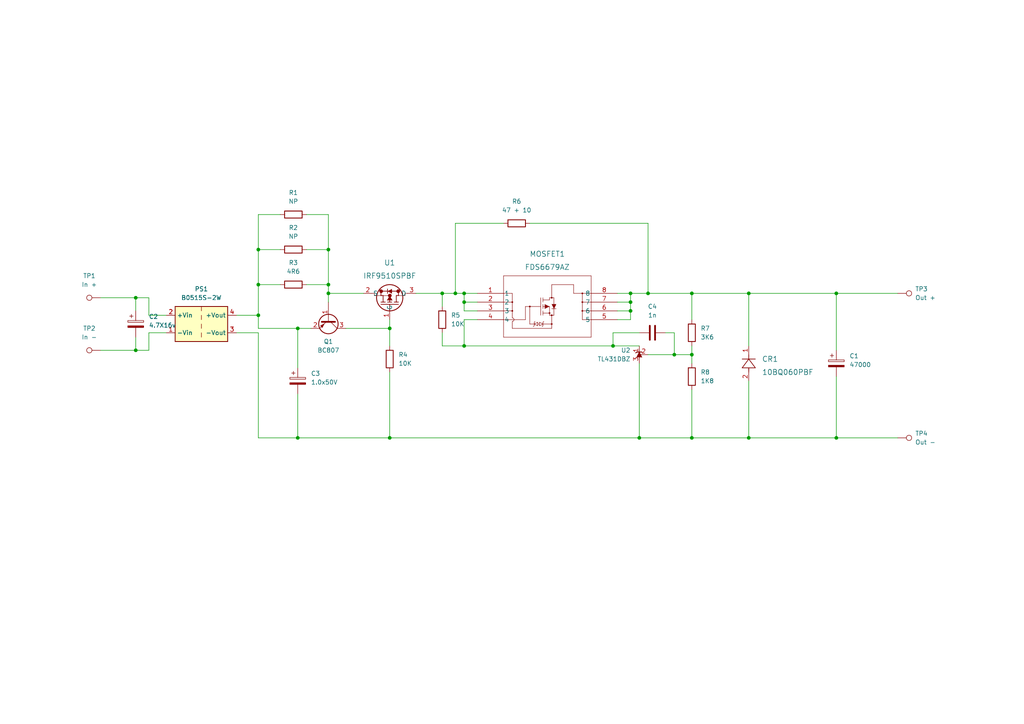
<source format=kicad_sch>
(kicad_sch (version 20211123) (generator eeschema)
  (paper "A4")
  (lib_symbols
    (symbol "10BQ060:10BQ060PBF" (pin_names (offset 0.254))
      (property "Reference" "CR" (at 5.08 4.445 0))
      (property "Value" "10BQ060PBF" (at 5.08 -3.81 0))
      (symbol "10BQ060PBF_1_1"
        (polyline (pts (xy 2.54 0) (xy 3.4798 0)) (stroke (width 0.2032)))
        (polyline (pts (xy 3.175 0) (xy 3.81 0)) (stroke (width 0.2032)))
        (polyline (pts (xy 3.81 -1.905) (xy 6.35 0)) (stroke (width 0.2032)))
        (polyline (pts (xy 3.81 1.905) (xy 3.81 -1.905)) (stroke (width 0.2032)))
        (polyline (pts (xy 6.35 -1.905) (xy 6.35 1.905)) (stroke (width 0.2032)))
        (polyline (pts (xy 6.35 0) (xy 3.81 1.905)) (stroke (width 0.2032)))
        (polyline (pts (xy 6.35 0) (xy 7.62 0)) (stroke (width 0.2032)))
        (pin unspecified line (at 10.16 0 180) (length 2.54) (name "") (number "1"))
        (pin unspecified line (at 0 0 0) (length 2.54) (name "") (number "2"))
      )
      (symbol "10BQ060PBF_1_2"
        (polyline (pts (xy -1.905 3.81) (xy 1.905 3.81)) (stroke (width 0.2032)))
        (polyline (pts (xy 0 2.54) (xy 0 3.4798)) (stroke (width 0.2032)))
        (polyline (pts (xy 0 3.175) (xy 0 3.81)) (stroke (width 0.2032)))
        (polyline (pts (xy 0 6.35) (xy -1.905 3.81)) (stroke (width 0.2032)))
        (polyline (pts (xy 0 6.35) (xy 0 7.62)) (stroke (width 0.2032)))
        (polyline (pts (xy 1.905 3.81) (xy 0 6.35)) (stroke (width 0.2032)))
        (polyline (pts (xy 1.905 6.35) (xy -1.905 6.35)) (stroke (width 0.2032)))
        (pin unspecified line (at 0 10.16 270) (length 2.54) (name "") (number "1"))
        (pin unspecified line (at 0 0 90) (length 2.54) (name "") (number "2"))
      )
    )
    (symbol "Connector:TestPoint" (pin_numbers hide) (pin_names (offset 0.762) hide)
      (property "Reference" "TP" (at 0 6.858 0))
      (property "Value" "TestPoint" (at 0 5.08 0))
      (symbol "TestPoint_0_1"
        (circle (center 0 3.302) (radius 0.762))
      )
      (symbol "TestPoint_1_1"
        (pin passive line (at 0 0 90) (length 2.54) (name "1") (number "1"))
      )
    )
    (symbol "Converter_DCDC:MEE3S0515SC"
      (property "Reference" "PS" (at -7.62 6.35 0))
      (property "Value" "MEE3S0515SC" (at 1.27 6.35 0))
      (symbol "MEE3S0515SC_0_0"
        (pin power_in line (at -10.16 -2.54 0) (length 2.54) (name "-Vin") (number "1"))
        (pin power_in line (at -10.16 2.54 0) (length 2.54) (name "+Vin") (number "2"))
        (pin power_out line (at 10.16 -2.54 180) (length 2.54) (name "-Vout") (number "3"))
        (pin power_out line (at 10.16 2.54 180) (length 2.54) (name "+Vout") (number "4"))
      )
      (symbol "MEE3S0515SC_0_1"
        (rectangle (start -7.62 5.08) (end 7.62 -5.08) (stroke (width 0.254)) (fill (type background)))
        (polyline (pts (xy 0 -2.54) (xy 0 -3.81)))
        (polyline (pts (xy 0 0) (xy 0 -1.27)))
        (polyline (pts (xy 0 2.54) (xy 0 1.27)))
        (polyline (pts (xy 0 5.08) (xy 0 3.81)))
      )
    )
    (symbol "Device:C" (pin_numbers hide) (pin_names (offset 0.254))
      (property "Reference" "C" (at 0.635 2.54 0))
      (property "Value" "C" (at 0.635 -2.54 0))
      (symbol "C_0_1"
        (polyline (pts (xy -2.032 -0.762) (xy 2.032 -0.762)) (stroke (width 0.508)))
        (polyline (pts (xy -2.032 0.762) (xy 2.032 0.762)) (stroke (width 0.508)))
      )
      (symbol "C_1_1"
        (pin passive line (at 0 3.81 270) (length 2.794) (name "~") (number "1"))
        (pin passive line (at 0 -3.81 90) (length 2.794) (name "~") (number "2"))
      )
    )
    (symbol "Device:C_Polarized" (pin_numbers hide) (pin_names (offset 0.254))
      (property "Reference" "C" (at 0.635 2.54 0))
      (property "Value" "C_Polarized" (at 0.635 -2.54 0))
      (symbol "C_Polarized_0_1"
        (rectangle (start -2.286 0.508) (end 2.286 1.016))
        (polyline (pts (xy -1.778 2.286) (xy -0.762 2.286)))
        (polyline (pts (xy -1.27 2.794) (xy -1.27 1.778)))
        (rectangle (start 2.286 -0.508) (end -2.286 -1.016) (fill (type outline)))
      )
      (symbol "C_Polarized_1_1"
        (pin passive line (at 0 3.81 270) (length 2.794) (name "~") (number "1"))
        (pin passive line (at 0 -3.81 90) (length 2.794) (name "~") (number "2"))
      )
    )
    (symbol "Device:R" (pin_numbers hide) (pin_names (offset 0))
      (property "Reference" "R" (at 2.032 0 90))
      (property "Value" "R" (at 0 0 90))
      (symbol "R_0_1"
        (rectangle (start -1.016 -2.54) (end 1.016 2.54) (stroke (width 0.254)))
      )
      (symbol "R_1_1"
        (pin passive line (at 0 3.81 270) (length 1.27) (name "~") (number "1"))
        (pin passive line (at 0 -3.81 90) (length 1.27) (name "~") (number "2"))
      )
    )
    (symbol "FDS6679:FDS6679AZ" (pin_names (offset 0.254))
      (property "Reference" "MOSFET" (at 20.32 10.16 0))
      (property "Value" "FDS6679AZ" (at 20.32 7.62 0))
      (symbol "FDS6679AZ_0_1"
        (polyline (pts (xy 7.62 -12.7) (xy 33.02 -12.7)) (stroke (width 0.127)))
        (polyline (pts (xy 7.62 -7.62) (xy 13.97 -7.62)) (stroke (width 0.127)))
        (polyline (pts (xy 7.62 -5.08) (xy 10.16 -5.08)) (stroke (width 0.127)))
        (polyline (pts (xy 7.62 -2.54) (xy 10.16 -2.54)) (stroke (width 0.127)))
        (polyline (pts (xy 7.62 0) (xy 10.16 0)) (stroke (width 0.127)))
        (polyline (pts (xy 7.62 5.08) (xy 7.62 -12.7)) (stroke (width 0.127)))
        (polyline (pts (xy 10.16 -10.16) (xy 21.59 -10.16)) (stroke (width 0.127)))
        (polyline (pts (xy 10.16 -8.128) (xy 10.16 -10.16)) (stroke (width 0.127)))
        (polyline (pts (xy 10.16 0) (xy 10.16 -7.112)) (stroke (width 0.127)))
        (polyline (pts (xy 13.97 -7.62) (xy 13.97 -3.81)) (stroke (width 0.127)))
        (polyline (pts (xy 13.97 -3.81) (xy 18.415 -3.81)) (stroke (width 0.127)))
        (polyline (pts (xy 15.24 -3.81) (xy 15.24 -8.89)) (stroke (width 0.127)))
        (polyline (pts (xy 16.51 -9.398) (xy 16.256 -9.652)) (stroke (width 0.127)))
        (polyline (pts (xy 16.51 -8.89) (xy 15.24 -8.89)) (stroke (width 0.127)))
        (polyline (pts (xy 16.51 -8.89) (xy 17.526 -9.398)) (stroke (width 0.127)))
        (polyline (pts (xy 16.51 -8.382) (xy 16.51 -9.398)) (stroke (width 0.127)))
        (polyline (pts (xy 16.51 -8.382) (xy 16.764 -8.128)) (stroke (width 0.127)))
        (polyline (pts (xy 17.526 -9.398) (xy 17.526 -8.382)) (stroke (width 0.127)))
        (polyline (pts (xy 17.526 -8.89) (xy 18.034 -8.89)) (stroke (width 0.127)))
        (polyline (pts (xy 17.526 -8.382) (xy 16.51 -8.89)) (stroke (width 0.127)))
        (polyline (pts (xy 18.034 -9.398) (xy 19.05 -8.89)) (stroke (width 0.127)))
        (polyline (pts (xy 18.034 -8.382) (xy 18.034 -9.398)) (stroke (width 0.127)))
        (polyline (pts (xy 18.415 -6.35) (xy 18.415 -1.27)) (stroke (width 0.127)))
        (polyline (pts (xy 19.05 -9.398) (xy 18.796 -9.652)) (stroke (width 0.127)))
        (polyline (pts (xy 19.05 -9.398) (xy 19.05 -8.382)) (stroke (width 0.127)))
        (polyline (pts (xy 19.05 -8.89) (xy 18.034 -8.382)) (stroke (width 0.127)))
        (polyline (pts (xy 19.05 -8.89) (xy 21.59 -8.89)) (stroke (width 0.127)))
        (polyline (pts (xy 19.05 -8.382) (xy 19.304 -8.128)) (stroke (width 0.127)))
        (polyline (pts (xy 19.05 -6.35) (xy 19.05 -5.08)) (stroke (width 0.127)))
        (polyline (pts (xy 19.05 -5.715) (xy 20.955 -5.715)) (stroke (width 0.127)))
        (polyline (pts (xy 19.05 -4.445) (xy 19.05 -3.175)) (stroke (width 0.127)))
        (polyline (pts (xy 19.05 -3.81) (xy 20.955 -3.81)) (stroke (width 0.127)))
        (polyline (pts (xy 19.05 -2.54) (xy 19.05 -1.27)) (stroke (width 0.127)))
        (polyline (pts (xy 19.05 -1.905) (xy 20.955 -1.905)) (stroke (width 0.127)))
        (polyline (pts (xy 20.955 -6.35) (xy 20.955 -3.81)) (stroke (width 0.127)))
        (polyline (pts (xy 20.955 -6.35) (xy 22.225 -6.35)) (stroke (width 0.127)))
        (polyline (pts (xy 20.955 -1.905) (xy 20.955 -1.27)) (stroke (width 0.127)))
        (polyline (pts (xy 20.955 -1.27) (xy 22.225 -1.27)) (stroke (width 0.127)))
        (polyline (pts (xy 21.59 -10.16) (xy 21.59 -6.35)) (stroke (width 0.127)))
        (polyline (pts (xy 21.59 -4.445) (xy 22.86 -4.445)) (stroke (width 0.127)))
        (polyline (pts (xy 21.59 2.54) (xy 21.59 -1.27)) (stroke (width 0.127)))
        (polyline (pts (xy 22.225 -6.35) (xy 22.225 -4.445)) (stroke (width 0.127)))
        (polyline (pts (xy 22.225 -3.175) (xy 22.225 -1.27)) (stroke (width 0.127)))
        (polyline (pts (xy 27.94 0) (xy 27.94 2.54)) (stroke (width 0.127)))
        (polyline (pts (xy 27.94 2.54) (xy 21.59 2.54)) (stroke (width 0.127)))
        (polyline (pts (xy 30.48 -7.62) (xy 30.48 0)) (stroke (width 0.127)))
        (polyline (pts (xy 33.02 -12.7) (xy 33.02 5.08)) (stroke (width 0.127)))
        (polyline (pts (xy 33.02 -7.62) (xy 30.48 -7.62)) (stroke (width 0.127)))
        (polyline (pts (xy 33.02 -5.08) (xy 30.48 -5.08)) (stroke (width 0.127)))
        (polyline (pts (xy 33.02 -2.54) (xy 30.48 -2.54)) (stroke (width 0.127)))
        (polyline (pts (xy 33.02 0) (xy 27.94 0)) (stroke (width 0.127)))
        (polyline (pts (xy 33.02 5.08) (xy 7.62 5.08)) (stroke (width 0.127)))
        (polyline (pts (xy 19.558 -4.445) (xy 20.828 -3.81) (xy 19.558 -3.175)) (stroke (width 0.0254)) (fill (type outline)))
        (polyline (pts (xy 21.59 -3.175) (xy 22.86 -3.175) (xy 22.225 -4.445)) (stroke (width 0.0254)) (fill (type outline)))
        (arc (start 10.16 -8.128) (mid 10.668 -7.62) (end 10.16 -7.112) (stroke (width 0.127)))
        (circle (center 10.16 -5.08) (radius 0.127) (stroke (width 0.254)))
        (circle (center 10.16 -2.54) (radius 0.127) (stroke (width 0.254)))
        (circle (center 15.24 -3.81) (radius 0.127) (stroke (width 0.254)))
        (circle (center 20.955 -5.715) (radius 0.127) (stroke (width 0.254)))
        (circle (center 21.59 -8.89) (radius 0.127) (stroke (width 0.254)))
        (circle (center 21.59 -6.35) (radius 0.127) (stroke (width 0.254)))
        (circle (center 21.59 -1.27) (radius 0.127) (stroke (width 0.254)))
        (circle (center 30.48 -5.08) (radius 0.127) (stroke (width 0.254)))
        (circle (center 30.48 -2.54) (radius 0.127) (stroke (width 0.254)))
        (circle (center 30.48 0) (radius 0.127) (stroke (width 0.254)))
        (pin unspecified line (at 0 0 0) (length 7.62) (name "1") (number "1"))
        (pin unspecified line (at 0 -2.54 0) (length 7.62) (name "2") (number "2"))
        (pin unspecified line (at 0 -5.08 0) (length 7.62) (name "3") (number "3"))
        (pin unspecified line (at 0 -7.62 0) (length 7.62) (name "4") (number "4"))
        (pin unspecified line (at 40.64 -7.62 180) (length 7.62) (name "5") (number "5"))
        (pin unspecified line (at 40.64 -5.08 180) (length 7.62) (name "6") (number "6"))
        (pin unspecified line (at 40.64 -2.54 180) (length 7.62) (name "7") (number "7"))
        (pin unspecified line (at 40.64 0 180) (length 7.62) (name "8") (number "8"))
      )
    )
    (symbol "IRF9510S:IRF9510SPBF" (pin_names (offset 0.254))
      (property "Reference" "U" (at 11.43 1.905 0))
      (property "Value" "IRF9510SPBF" (at 11.43 -2.54 0))
      (symbol "IRF9510SPBF_0_1"
        (polyline (pts (xy 2.54 0) (xy 4.445 0)) (stroke (width 0.2032)))
        (polyline (pts (xy 4.445 -2.54) (xy 4.445 2.54)) (stroke (width 0.2032)))
        (polyline (pts (xy 5.08 -2.54) (xy 5.08 -1.27)) (stroke (width 0.2032)))
        (polyline (pts (xy 5.08 -1.905) (xy 6.985 -1.905)) (stroke (width 0.2032)))
        (polyline (pts (xy 5.08 -0.635) (xy 5.08 0.635)) (stroke (width 0.2032)))
        (polyline (pts (xy 5.08 0) (xy 5.842 0)) (stroke (width 0.2032)))
        (polyline (pts (xy 5.08 1.27) (xy 5.08 2.54)) (stroke (width 0.2032)))
        (polyline (pts (xy 5.08 1.905) (xy 6.985 1.905)) (stroke (width 0.2032)))
        (polyline (pts (xy 6.9786 -0.0387) (xy 6.604 0)) (stroke (width 0.127)))
        (polyline (pts (xy 6.985 -2.54) (xy 6.985 -4.445)) (stroke (width 0.127)))
        (polyline (pts (xy 6.985 -2.54) (xy 6.985 -1.905)) (stroke (width 0.2032)))
        (polyline (pts (xy 6.985 -2.54) (xy 8.255 -2.54)) (stroke (width 0.2032)))
        (polyline (pts (xy 6.985 1.905) (xy 6.9786 -0.0387)) (stroke (width 0.127)))
        (polyline (pts (xy 6.985 1.905) (xy 6.985 2.54)) (stroke (width 0.2032)))
        (polyline (pts (xy 6.985 2.54) (xy 8.255 2.54)) (stroke (width 0.2032)))
        (polyline (pts (xy 6.985 4.445) (xy 6.985 2.54)) (stroke (width 0.127)))
        (polyline (pts (xy 7.62 -4.445) (xy 6.985 -4.445)) (stroke (width 0.127)))
        (polyline (pts (xy 7.62 -4.445) (xy 7.62 -5.08)) (stroke (width 0.127)))
        (polyline (pts (xy 7.62 4.445) (xy 6.985 4.445)) (stroke (width 0.127)))
        (polyline (pts (xy 7.62 5.08) (xy 7.62 4.445)) (stroke (width 0.127)))
        (polyline (pts (xy 8.255 -2.54) (xy 8.255 -0.635)) (stroke (width 0.2032)))
        (polyline (pts (xy 8.255 0.635) (xy 8.255 2.54)) (stroke (width 0.2032)))
        (polyline (pts (xy 8.89 0.635) (xy 7.62 0.635)) (stroke (width 0.2032)))
        (polyline (pts (xy 5.588 0.762) (xy 6.858 0) (xy 5.588 -0.762)) (stroke (width 0.0254)) (fill (type outline)))
        (polyline (pts (xy 8.89 -0.635) (xy 7.62 -0.635) (xy 8.255 0.635)) (stroke (width 0.0254)) (fill (type outline)))
        (circle (center 6.35 0) (radius 3.81) (stroke (width 0.254)))
        (circle (center 6.9786 -0.0387) (radius 0.0254) (stroke (width 0.508)))
        (circle (center 8.2422 2.4885) (radius 0.0254) (stroke (width 0.508)))
        (circle (center 8.2556 -2.4718) (radius 0.0254) (stroke (width 0.508)))
        (pin unspecified line (at 0 0 0) (length 2.54) (name "G") (number "1"))
        (pin unspecified line (at 7.62 7.62 270) (length 2.54) (name "S") (number "2"))
        (pin unspecified line (at 7.62 -7.62 90) (length 2.54) (name "D") (number "3"))
      )
    )
    (symbol "Reference_Voltage:TL431DBZ" (pin_names hide)
      (property "Reference" "U" (at -2.54 2.54 0))
      (property "Value" "TL431DBZ" (at 0 -2.54 0))
      (symbol "TL431DBZ_0_1"
        (polyline (pts (xy -1.27 0) (xy 0 0) (xy 1.27 0)))
        (polyline (pts (xy -0.762 0.762) (xy 0.762 0) (xy -0.762 -0.762)) (fill (type outline)))
        (polyline (pts (xy 0.508 -1.016) (xy 0.762 -0.762) (xy 0.762 0.762) (xy 0.762 0.762)) (stroke (width 0.254)))
      )
      (symbol "TL431DBZ_1_1"
        (pin passive line (at 2.54 0 180) (length 2.54) (name "K") (number "1"))
        (pin passive line (at 0 2.54 270) (length 2.54) (name "REF") (number "2"))
        (pin passive line (at -2.54 0 0) (length 2.54) (name "A") (number "3"))
      )
    )
    (symbol "Transistor_BJT:BC807" (pin_names (offset 0) hide)
      (property "Reference" "Q" (at 5.08 1.905 0))
      (property "Value" "BC807" (at 5.08 0 0))
      (symbol "BC807_0_1"
        (polyline (pts (xy 0.635 0.635) (xy 2.54 2.54)))
        (polyline (pts (xy 0.635 -0.635) (xy 2.54 -2.54) (xy 2.54 -2.54)))
        (polyline (pts (xy 0.635 1.905) (xy 0.635 -1.905) (xy 0.635 -1.905)) (stroke (width 0.508)))
        (polyline (pts (xy 2.286 -1.778) (xy 1.778 -2.286) (xy 1.27 -1.27) (xy 2.286 -1.778) (xy 2.286 -1.778)) (fill (type outline)))
        (circle (center 1.27 0) (radius 2.8194) (stroke (width 0.254)))
      )
      (symbol "BC807_1_1"
        (pin input line (at -5.08 0 0) (length 5.715) (name "B") (number "1"))
        (pin passive line (at 2.54 -5.08 90) (length 2.54) (name "E") (number "2"))
        (pin passive line (at 2.54 5.08 270) (length 2.54) (name "C") (number "3"))
      )
    )
  )
  (junction (at 86.36 95.25))
  (junction (at 182.88 90.17))
  (junction (at 128.27 85.09))
  (junction (at 200.66 127))
  (junction (at 242.57 127))
  (junction (at 134.62 85.09))
  (junction (at 74.93 91.44))
  (junction (at 86.36 127))
  (junction (at 185.42 127))
  (junction (at 187.96 85.09))
  (junction (at 95.25 82.55))
  (junction (at 217.17 85.09))
  (junction (at 182.88 87.63))
  (junction (at 95.25 85.09))
  (junction (at 134.62 100.33))
  (junction (at 132.08 85.09))
  (junction (at 74.93 82.55))
  (junction (at 182.88 85.09))
  (junction (at 242.57 85.09))
  (junction (at 39.37 86.36))
  (junction (at 134.62 87.63))
  (junction (at 39.37 101.6))
  (junction (at 113.03 127))
  (junction (at 200.66 102.87))
  (junction (at 200.66 85.09))
  (junction (at 195.58 102.87))
  (junction (at 217.17 127))
  (junction (at 113.03 95.25))
  (junction (at 95.25 72.39))
  (junction (at 74.93 72.39))
  (junction (at 177.8 100.33))
  (wire (pts (xy 185.42 127) (xy 200.66 127)))
  (wire (pts (xy 39.37 86.36) (xy 39.37 90.17)))
  (wire (pts (xy 74.93 96.52) (xy 74.93 127)))
  (wire (pts (xy 113.03 95.25) (xy 113.03 100.33)))
  (wire (pts (xy 200.66 85.09) (xy 200.66 92.71)))
  (wire (pts (xy 88.9 72.39) (xy 95.25 72.39)))
  (wire (pts (xy 29.21 101.6) (xy 39.37 101.6)))
  (wire (pts (xy 182.88 87.63) (xy 182.88 85.09)))
  (wire (pts (xy 217.17 85.09) (xy 242.57 85.09)))
  (wire (pts (xy 88.9 82.55) (xy 95.25 82.55)))
  (wire (pts (xy 182.88 85.09) (xy 187.96 85.09)))
  (wire (pts (xy 86.36 95.25) (xy 74.93 95.25)))
  (wire (pts (xy 200.66 102.87) (xy 200.66 105.41)))
  (wire (pts (xy 95.25 85.09) (xy 105.41 85.09)))
  (wire (pts (xy 179.07 90.17) (xy 182.88 90.17)))
  (wire (pts (xy 177.8 100.33) (xy 185.42 100.33)))
  (wire (pts (xy 134.62 90.17) (xy 134.62 87.63)))
  (wire (pts (xy 195.58 96.52) (xy 195.58 102.87)))
  (wire (pts (xy 182.88 92.71) (xy 182.88 90.17)))
  (wire (pts (xy 74.93 82.55) (xy 74.93 72.39)))
  (wire (pts (xy 113.03 107.95) (xy 113.03 127)))
  (wire (pts (xy 95.25 62.23) (xy 95.25 72.39)))
  (wire (pts (xy 74.93 95.25) (xy 74.93 91.44)))
  (wire (pts (xy 179.07 92.71) (xy 182.88 92.71)))
  (wire (pts (xy 193.04 96.52) (xy 195.58 96.52)))
  (wire (pts (xy 179.07 85.09) (xy 182.88 85.09)))
  (wire (pts (xy 146.05 64.77) (xy 132.08 64.77)))
  (wire (pts (xy 68.58 91.44) (xy 74.93 91.44)))
  (wire (pts (xy 68.58 96.52) (xy 74.93 96.52)))
  (wire (pts (xy 217.17 110.49) (xy 217.17 127)))
  (wire (pts (xy 134.62 85.09) (xy 138.43 85.09)))
  (wire (pts (xy 43.18 86.36) (xy 43.18 91.44)))
  (wire (pts (xy 187.96 64.77) (xy 187.96 85.09)))
  (wire (pts (xy 43.18 96.52) (xy 48.26 96.52)))
  (wire (pts (xy 132.08 64.77) (xy 132.08 85.09)))
  (wire (pts (xy 242.57 127) (xy 260.35 127)))
  (wire (pts (xy 217.17 127) (xy 242.57 127)))
  (wire (pts (xy 153.67 64.77) (xy 187.96 64.77)))
  (wire (pts (xy 242.57 85.09) (xy 242.57 101.6)))
  (wire (pts (xy 134.62 87.63) (xy 134.62 85.09)))
  (wire (pts (xy 90.17 95.25) (xy 86.36 95.25)))
  (wire (pts (xy 39.37 97.79) (xy 39.37 101.6)))
  (wire (pts (xy 86.36 127) (xy 113.03 127)))
  (wire (pts (xy 179.07 87.63) (xy 182.88 87.63)))
  (wire (pts (xy 134.62 87.63) (xy 138.43 87.63)))
  (wire (pts (xy 138.43 90.17) (xy 134.62 90.17)))
  (wire (pts (xy 217.17 85.09) (xy 217.17 100.33)))
  (wire (pts (xy 113.03 92.71) (xy 113.03 95.25)))
  (wire (pts (xy 132.08 85.09) (xy 134.62 85.09)))
  (wire (pts (xy 43.18 91.44) (xy 48.26 91.44)))
  (wire (pts (xy 74.93 62.23) (xy 81.28 62.23)))
  (wire (pts (xy 88.9 62.23) (xy 95.25 62.23)))
  (wire (pts (xy 128.27 85.09) (xy 128.27 88.9)))
  (wire (pts (xy 200.66 100.33) (xy 200.66 102.87)))
  (wire (pts (xy 195.58 102.87) (xy 200.66 102.87)))
  (wire (pts (xy 39.37 101.6) (xy 43.18 101.6)))
  (wire (pts (xy 95.25 72.39) (xy 95.25 82.55)))
  (wire (pts (xy 74.93 91.44) (xy 74.93 82.55)))
  (wire (pts (xy 74.93 72.39) (xy 74.93 62.23)))
  (wire (pts (xy 185.42 96.52) (xy 177.8 96.52)))
  (wire (pts (xy 134.62 92.71) (xy 134.62 100.33)))
  (wire (pts (xy 177.8 96.52) (xy 177.8 100.33)))
  (wire (pts (xy 74.93 72.39) (xy 81.28 72.39)))
  (wire (pts (xy 39.37 86.36) (xy 43.18 86.36)))
  (wire (pts (xy 187.96 102.87) (xy 195.58 102.87)))
  (wire (pts (xy 242.57 109.22) (xy 242.57 127)))
  (wire (pts (xy 86.36 114.3) (xy 86.36 127)))
  (wire (pts (xy 74.93 127) (xy 86.36 127)))
  (wire (pts (xy 113.03 127) (xy 185.42 127)))
  (wire (pts (xy 128.27 100.33) (xy 134.62 100.33)))
  (wire (pts (xy 120.65 85.09) (xy 128.27 85.09)))
  (wire (pts (xy 187.96 85.09) (xy 200.66 85.09)))
  (wire (pts (xy 242.57 85.09) (xy 260.35 85.09)))
  (wire (pts (xy 29.21 86.36) (xy 39.37 86.36)))
  (wire (pts (xy 74.93 82.55) (xy 81.28 82.55)))
  (wire (pts (xy 182.88 90.17) (xy 182.88 87.63)))
  (wire (pts (xy 128.27 85.09) (xy 132.08 85.09)))
  (wire (pts (xy 95.25 82.55) (xy 95.25 85.09)))
  (wire (pts (xy 128.27 96.52) (xy 128.27 100.33)))
  (wire (pts (xy 200.66 113.03) (xy 200.66 127)))
  (wire (pts (xy 134.62 100.33) (xy 177.8 100.33)))
  (wire (pts (xy 100.33 95.25) (xy 113.03 95.25)))
  (wire (pts (xy 138.43 92.71) (xy 134.62 92.71)))
  (wire (pts (xy 86.36 95.25) (xy 86.36 106.68)))
  (wire (pts (xy 43.18 101.6) (xy 43.18 96.52)))
  (wire (pts (xy 185.42 105.41) (xy 185.42 127)))
  (wire (pts (xy 200.66 127) (xy 217.17 127)))
  (wire (pts (xy 95.25 85.09) (xy 95.25 87.63)))
  (wire (pts (xy 200.66 85.09) (xy 217.17 85.09)))
  (symbol (lib_id "Device:R") (at 149.86 64.77 90) (unit 1)
    (property "Reference" "R6" (at 149.86 58.42 90))
    (property "Value" "47 + 10" (at 149.86 60.96 90))
    (property "Footprint" "local:R2" (effects hide))
  )
  (symbol (lib_id "Device:R") (at 200.66 109.22 0) (unit 1)
    (property "Reference" "R8" (at 203.2 107.9499 0) (effects (justify left)))
    (property "Value" "1K8" (at 203.2 110.4899 0) (effects (justify left)))
    (property "Footprint" "Resistor_SMD:R_0805_2012Metric_Pad1.20x1.40mm_HandSolder" (effects hide))
  )
  (symbol (lib_id "Connector:TestPoint") (at 260.35 85.09 270) (unit 1)
    (property "Reference" "TP3" (at 265.43 83.8199 90) (effects (justify left)))
    (property "Value" "Out +" (at 265.43 86.3599 90) (effects (justify left)))
    (property "Footprint" "local:TP1" (effects hide))
  )
  (symbol (lib_id "Device:C_Polarized") (at 242.57 105.41 0) (unit 1)
    (property "Reference" "C1" (at 246.38 103.2509 0) (effects (justify left)))
    (property "Value" "47000" (at 246.38 105.7909 0) (effects (justify left)))
    (property "Footprint" "Capacitor_THT:CP_Radial_D35.0mm_P10.00mm_SnapIn" (effects hide))
  )
  (symbol (lib_id "Connector:TestPoint") (at 29.21 86.36 90) (unit 1)
    (property "Reference" "TP1" (at 25.908 80.01 90))
    (property "Value" "In +" (at 25.908 82.55 90))
    (property "Footprint" "local:TP1" (effects hide))
  )
  (symbol (lib_id "Device:C_Polarized") (at 86.36 110.49 0) (unit 1)
    (property "Reference" "C3" (at 90.17 108.3309 0) (effects (justify left)))
    (property "Value" "1.0x50V" (at 90.17 110.8709 0) (effects (justify left)))
    (property "Footprint" "Capacitor_THT:CP_Radial_D5.0mm_P2.00mm" (effects hide))
  )
  (symbol (lib_id "FDS6679:FDS6679AZ") (at 138.43 85.09 0) (unit 1)
    (property "Reference" "MOSFET1" (at 158.75 73.66 0) (effects (font (size 1.524 1.524))))
    (property "Value" "FDS6679AZ" (at 158.75 77.47 0) (effects (font (size 1.524 1.524))))
    (property "Footprint" "local:SOIC8_751EB_ONS-M" (effects hide))
    (property "Datasheet" "FDS6679AZ" (effects hide))
  )
  (symbol (lib_id "Device:R") (at 85.09 62.23 90) (unit 1)
    (property "Reference" "R1" (at 85.09 55.88 90))
    (property "Value" "NP" (at 85.09 58.42 90))
    (property "Footprint" "Resistor_SMD:R_0805_2012Metric_Pad1.20x1.40mm_HandSolder" (effects hide))
  )
  (symbol (lib_id "Transistor_BJT:BC807") (at 95.25 92.71 270) (unit 1)
    (property "Reference" "Q1" (at 95.25 99.06 90))
    (property "Value" "BC807" (at 95.25 101.6 90))
    (property "Footprint" "Package_TO_SOT_SMD:SOT-23" (effects hide))
    (property "Datasheet" "https://www.onsemi.com/pub/Collateral/BC808-D.pdf" (effects hide))
  )
  (symbol (lib_id "Device:C") (at 189.23 96.52 90) (unit 1)
    (property "Reference" "C4" (at 189.23 88.9 90))
    (property "Value" "1n" (at 189.23 91.44 90))
    (property "Footprint" "Capacitor_SMD:C_0805_2012Metric_Pad1.18x1.45mm_HandSolder" (effects hide))
  )
  (symbol (lib_id "Device:R") (at 113.03 104.14 0) (unit 1)
    (property "Reference" "R4" (at 115.57 102.8699 0) (effects (justify left)))
    (property "Value" "10K" (at 115.57 105.4099 0) (effects (justify left)))
    (property "Footprint" "Resistor_SMD:R_0805_2012Metric_Pad1.20x1.40mm_HandSolder" (effects hide))
  )
  (symbol (lib_id "10BQ060:10BQ060PBF") (at 217.17 110.49 90) (unit 1)
    (property "Reference" "CR1" (at 220.98 104.14 90) (effects (font (size 1.524 1.524)) (justify right)))
    (property "Value" "10BQ060PBF" (at 220.98 107.95 90) (effects (font (size 1.524 1.524)) (justify right)))
    (property "Footprint" "local:DIODE_SMB_VIS-M" (effects hide))
    (property "Datasheet" "10BQ060PBF" (effects hide))
  )
  (symbol (lib_id "Connector:TestPoint") (at 260.35 127 270) (unit 1)
    (property "Reference" "TP4" (at 265.43 125.7299 90) (effects (justify left)))
    (property "Value" "Out -" (at 265.43 128.2699 90) (effects (justify left)))
    (property "Footprint" "local:TP1" (effects hide))
  )
  (symbol (lib_id "Reference_Voltage:TL431DBZ") (at 185.42 102.87 270) (mirror x) (unit 1)
    (property "Reference" "U2" (at 182.88 101.5999 90) (effects (justify right)))
    (property "Value" "TL431DBZ" (at 182.88 104.1399 90) (effects (justify right)))
    (property "Footprint" "Package_TO_SOT_SMD:SOT-23" (effects hide))
    (property "Datasheet" "http://www.ti.com/lit/ds/symlink/tl431.pdf" (effects hide))
  )
  (symbol (lib_id "Device:R") (at 85.09 72.39 90) (unit 1)
    (property "Reference" "R2" (at 85.09 66.04 90))
    (property "Value" "NP" (at 85.09 68.58 90))
    (property "Footprint" "Resistor_SMD:R_0805_2012Metric_Pad1.20x1.40mm_HandSolder" (effects hide))
  )
  (symbol (lib_id "Device:R") (at 85.09 82.55 90) (unit 1)
    (property "Reference" "R3" (at 85.09 76.2 90))
    (property "Value" "4R6" (at 85.09 78.74 90))
    (property "Footprint" "Resistor_SMD:R_0805_2012Metric_Pad1.20x1.40mm_HandSolder" (effects hide))
  )
  (symbol (lib_id "IRF9510S:IRF9510SPBF") (at 113.03 92.71 90) (unit 1)
    (property "Reference" "U1" (at 113.03 76.2 90) (effects (font (size 1.524 1.524))))
    (property "Value" "IRF9510SPBF" (at 113.03 80.01 90) (effects (font (size 1.524 1.524))))
    (property "Footprint" "local:D2PAK_VIS-M" (effects hide))
    (property "Datasheet" "IRF9510SPBF" (effects hide))
  )
  (symbol (lib_id "Device:C_Polarized") (at 39.37 93.98 0) (unit 1)
    (property "Reference" "C2" (at 43.18 91.8209 0) (effects (justify left)))
    (property "Value" "4.7X16v" (at 43.18 94.3609 0) (effects (justify left)))
    (property "Footprint" "Capacitor_THT:CP_Radial_D5.0mm_P2.00mm" (effects hide))
  )
  (symbol (lib_id "Device:R") (at 200.66 96.52 0) (unit 1)
    (property "Reference" "R7" (at 203.2 95.2499 0) (effects (justify left)))
    (property "Value" "3K6" (at 203.2 97.7899 0) (effects (justify left)))
    (property "Footprint" "Resistor_SMD:R_0805_2012Metric_Pad1.20x1.40mm_HandSolder" (effects hide))
  )
  (symbol (lib_id "Converter_DCDC:MEE3S0515SC") (at 58.42 93.98 0) (unit 1)
    (property "Reference" "PS1" (at 58.42 83.82 0))
    (property "Value" "B0515S-2W" (at 58.42 86.36 0))
    (property "Footprint" "local:B0515S-2W" (effects hide))
    (property "Datasheet" "https://power.murata.com/pub/data/power/ncl/kdc_mee3.pdf" (effects hide))
  )
  (symbol (lib_id "Device:R") (at 128.27 92.71 0) (unit 1)
    (property "Reference" "R5" (at 130.81 91.4399 0) (effects (justify left)))
    (property "Value" "10K" (at 130.81 93.9799 0) (effects (justify left)))
    (property "Footprint" "Resistor_SMD:R_0805_2012Metric_Pad1.20x1.40mm_HandSolder" (effects hide))
  )
  (symbol (lib_id "Connector:TestPoint") (at 29.21 101.6 90) (unit 1)
    (property "Reference" "TP2" (at 25.908 95.25 90))
    (property "Value" "In -" (at 25.908 97.79 90))
    (property "Footprint" "local:TP1" (effects hide))
  )
)
</source>
